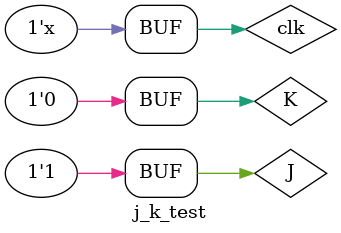
<source format=v>
`timescale 1ns / 1ps


module j_k_test;

	// Inputs
	reg J;
	reg K;
	reg clk;

	// Outputs
	wire Q;

	// Instantiate the Unit Under Test (UUT)
	J_K_Flip_Flop uut (
		.J(J), 
		.K(K), 
		.Q(Q), 
		.clk(clk)
	);

	always begin
		#10 clk=~clk;
	end
	
	initial begin
		// Initialize Inputs
		J = 0;
		K = 0;
		clk = 0;

		// Wait 100 ns for global reset to finish
		#10 J=1;K=0;
		#10;
		#10 J=0;K=1;
		#10;
		#10 J=1;K=1;
		#10;
		#10 J=0;K=0;
		#10;
		#10 J=1;K=0;
        #10;
		// Add stimulus here

	end
      
endmodule


</source>
